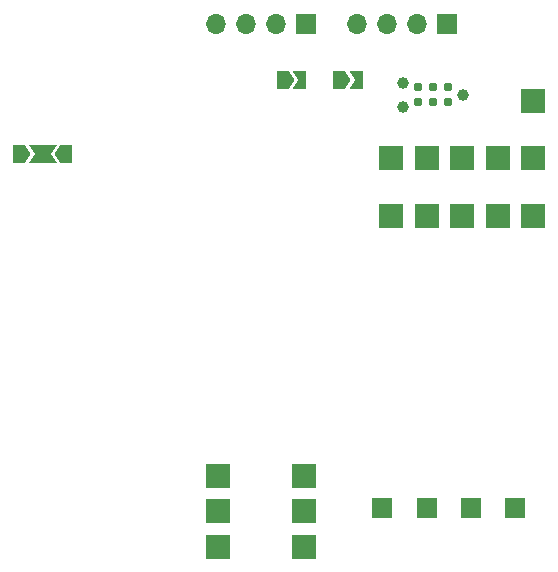
<source format=gbs>
G04 #@! TF.GenerationSoftware,KiCad,Pcbnew,8.0.4*
G04 #@! TF.CreationDate,2024-08-28T18:09:25+02:00*
G04 #@! TF.ProjectId,Probe,50726f62-652e-46b6-9963-61645f706362,v1*
G04 #@! TF.SameCoordinates,Original*
G04 #@! TF.FileFunction,Soldermask,Bot*
G04 #@! TF.FilePolarity,Negative*
%FSLAX46Y46*%
G04 Gerber Fmt 4.6, Leading zero omitted, Abs format (unit mm)*
G04 Created by KiCad (PCBNEW 8.0.4) date 2024-08-28 18:09:25*
%MOMM*%
%LPD*%
G01*
G04 APERTURE LIST*
G04 Aperture macros list*
%AMFreePoly0*
4,1,6,1.000000,0.000000,0.500000,-0.750000,-0.500000,-0.750000,-0.500000,0.750000,0.500000,0.750000,1.000000,0.000000,1.000000,0.000000,$1*%
%AMFreePoly1*
4,1,6,0.500000,-0.750000,-0.650000,-0.750000,-0.150000,0.000000,-0.650000,0.750000,0.500000,0.750000,0.500000,-0.750000,0.500000,-0.750000,$1*%
G04 Aperture macros list end*
%ADD10C,0.000000*%
%ADD11FreePoly0,0.000000*%
%ADD12FreePoly1,0.000000*%
%ADD13R,2.000000X2.000000*%
%ADD14R,1.700000X1.700000*%
%ADD15FreePoly0,180.000000*%
%ADD16C,0.990600*%
%ADD17C,0.787400*%
%ADD18O,1.700000X1.700000*%
G04 APERTURE END LIST*
D10*
G36*
X106950000Y-63750000D02*
G01*
X107450000Y-64500000D01*
X105050000Y-64500000D01*
X105550000Y-63750000D01*
X105050000Y-63000000D01*
X107450000Y-63000000D01*
X106950000Y-63750000D01*
G37*
D11*
X131362500Y-57500000D03*
D12*
X132812500Y-57500000D03*
D13*
X144750000Y-69000000D03*
D14*
X138750000Y-93750000D03*
D13*
X147750000Y-59250000D03*
X121100000Y-94000000D03*
X121100000Y-97000000D03*
X121100000Y-91000000D03*
D11*
X104250000Y-63750000D03*
D15*
X108250000Y-63750000D03*
D13*
X128400000Y-94000000D03*
X128400000Y-91000000D03*
X128400000Y-97000000D03*
D14*
X146250000Y-93750000D03*
D13*
X141750000Y-64135000D03*
D16*
X141790000Y-58750000D03*
X136710000Y-59766000D03*
X136710000Y-57734000D03*
D17*
X140520000Y-59385000D03*
X140520000Y-58115000D03*
X139250000Y-59385000D03*
X139250000Y-58115000D03*
X137980000Y-59385000D03*
X137980000Y-58115000D03*
D13*
X141750000Y-69000000D03*
D14*
X135000000Y-93750000D03*
X140500000Y-52750000D03*
D18*
X137960000Y-52750000D03*
X135420000Y-52750000D03*
X132880000Y-52750000D03*
D13*
X147750000Y-64135000D03*
X147750000Y-69000000D03*
D11*
X126550000Y-57500000D03*
D12*
X128000000Y-57500000D03*
D13*
X138750000Y-69000000D03*
D14*
X128550000Y-52725000D03*
D18*
X126010000Y-52725000D03*
X123470000Y-52725000D03*
X120930000Y-52725000D03*
D13*
X135750000Y-69000000D03*
X144750000Y-64135000D03*
X138750000Y-64135000D03*
D14*
X142500000Y-93750000D03*
D13*
X135750000Y-64135000D03*
M02*

</source>
